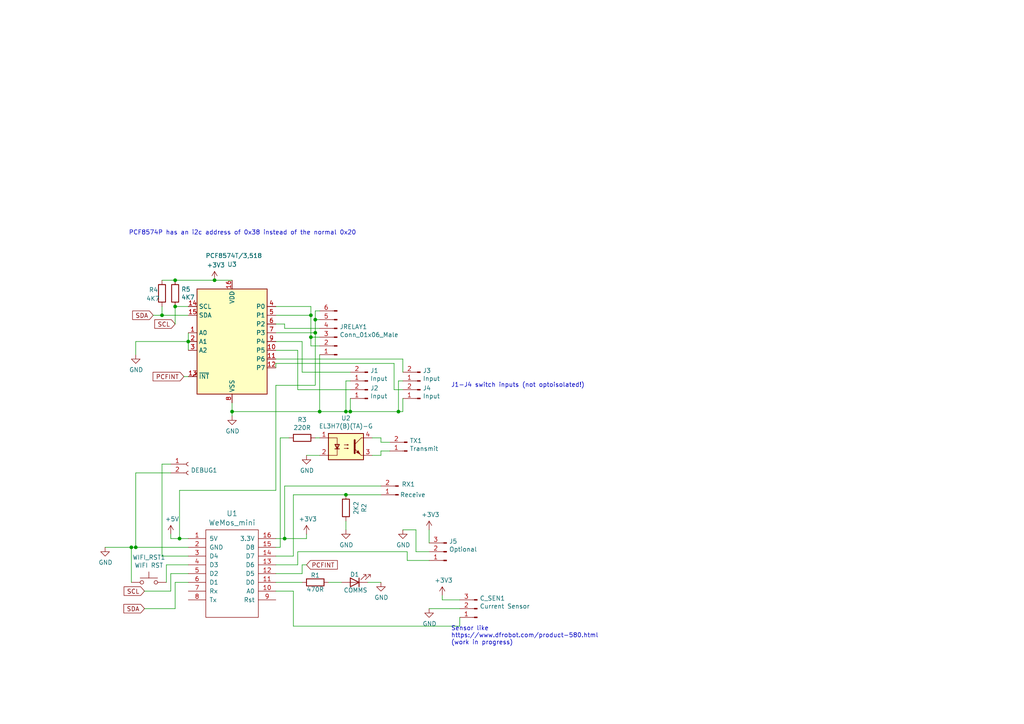
<source format=kicad_sch>
(kicad_sch (version 20211123) (generator eeschema)
  (paper "A4")
  (title_block (title "diyBMS ESP8266 Controller [legacy]") (date "2021-03-08") (rev "ESP8266") (company "Stuart Pittaway") (comment 1 "NOT FOR NEW DESIGNS"))
  (lib_symbols
    (symbol "Connector:Conn_01x02_Female" (pin_names (offset 1.016) hide)
      (property "Reference" "J" (at 0 2.54 0))
      (property "Value" "Conn_01x02_Female" (at 0 -5.08 0))
      (symbol "Conn_01x02_Female_1_1"
        (arc (start 0 -2.032) (mid -0.508 -2.54) (end 0 -3.048) (stroke (width 0.1524)))
        (polyline (pts (xy -1.27 -2.54) (xy -0.508 -2.54)) (stroke (width 0.1524)))
        (polyline (pts (xy -1.27 0) (xy -0.508 0)) (stroke (width 0.1524)))
        (arc (start 0 0.508) (mid -0.508 0) (end 0 -0.508) (stroke (width 0.1524)))
        (pin passive line (at -5.08 0 0) (length 3.81) (name "Pin_1") (number "1"))
        (pin passive line (at -5.08 -2.54 0) (length 3.81) (name "Pin_2") (number "2"))
      )
    )
    (symbol "Connector:Conn_01x02_Male" (pin_names (offset 1.016) hide)
      (property "Reference" "J" (at 0 2.54 0))
      (property "Value" "Conn_01x02_Male" (at 0 -5.08 0))
      (symbol "Conn_01x02_Male_1_1"
        (polyline (pts (xy 1.27 -2.54) (xy 0.8636 -2.54)) (stroke (width 0.1524)))
        (polyline (pts (xy 1.27 0) (xy 0.8636 0)) (stroke (width 0.1524)))
        (rectangle (start 0.8636 -2.413) (end 0 -2.667) (stroke (width 0.1524)) (fill (type outline)))
        (rectangle (start 0.8636 0.127) (end 0 -0.127) (stroke (width 0.1524)) (fill (type outline)))
        (pin passive line (at 5.08 0 180) (length 3.81) (name "Pin_1") (number "1"))
        (pin passive line (at 5.08 -2.54 180) (length 3.81) (name "Pin_2") (number "2"))
      )
    )
    (symbol "Connector:Conn_01x03_Male" (pin_names (offset 1.016) hide)
      (property "Reference" "J" (at 0 5.08 0))
      (property "Value" "Conn_01x03_Male" (at 0 -5.08 0))
      (symbol "Conn_01x03_Male_1_1"
        (polyline (pts (xy 1.27 -2.54) (xy 0.8636 -2.54)) (stroke (width 0.1524)))
        (polyline (pts (xy 1.27 0) (xy 0.8636 0)) (stroke (width 0.1524)))
        (polyline (pts (xy 1.27 2.54) (xy 0.8636 2.54)) (stroke (width 0.1524)))
        (rectangle (start 0.8636 -2.413) (end 0 -2.667) (stroke (width 0.1524)) (fill (type outline)))
        (rectangle (start 0.8636 0.127) (end 0 -0.127) (stroke (width 0.1524)) (fill (type outline)))
        (rectangle (start 0.8636 2.667) (end 0 2.413) (stroke (width 0.1524)) (fill (type outline)))
        (pin passive line (at 5.08 2.54 180) (length 3.81) (name "Pin_1") (number "1"))
        (pin passive line (at 5.08 0 180) (length 3.81) (name "Pin_2") (number "2"))
        (pin passive line (at 5.08 -2.54 180) (length 3.81) (name "Pin_3") (number "3"))
      )
    )
    (symbol "Connector:Conn_01x06_Male" (pin_names (offset 1.016) hide)
      (property "Reference" "J" (at 0 7.62 0))
      (property "Value" "Conn_01x06_Male" (at 0 -10.16 0))
      (symbol "Conn_01x06_Male_1_1"
        (polyline (pts (xy 1.27 -7.62) (xy 0.8636 -7.62)) (stroke (width 0.1524)))
        (polyline (pts (xy 1.27 -5.08) (xy 0.8636 -5.08)) (stroke (width 0.1524)))
        (polyline (pts (xy 1.27 -2.54) (xy 0.8636 -2.54)) (stroke (width 0.1524)))
        (polyline (pts (xy 1.27 0) (xy 0.8636 0)) (stroke (width 0.1524)))
        (polyline (pts (xy 1.27 2.54) (xy 0.8636 2.54)) (stroke (width 0.1524)))
        (polyline (pts (xy 1.27 5.08) (xy 0.8636 5.08)) (stroke (width 0.1524)))
        (rectangle (start 0.8636 -7.493) (end 0 -7.747) (stroke (width 0.1524)) (fill (type outline)))
        (rectangle (start 0.8636 -4.953) (end 0 -5.207) (stroke (width 0.1524)) (fill (type outline)))
        (rectangle (start 0.8636 -2.413) (end 0 -2.667) (stroke (width 0.1524)) (fill (type outline)))
        (rectangle (start 0.8636 0.127) (end 0 -0.127) (stroke (width 0.1524)) (fill (type outline)))
        (rectangle (start 0.8636 2.667) (end 0 2.413) (stroke (width 0.1524)) (fill (type outline)))
        (rectangle (start 0.8636 5.207) (end 0 4.953) (stroke (width 0.1524)) (fill (type outline)))
        (pin passive line (at 5.08 5.08 180) (length 3.81) (name "Pin_1") (number "1"))
        (pin passive line (at 5.08 2.54 180) (length 3.81) (name "Pin_2") (number "2"))
        (pin passive line (at 5.08 0 180) (length 3.81) (name "Pin_3") (number "3"))
        (pin passive line (at 5.08 -2.54 180) (length 3.81) (name "Pin_4") (number "4"))
        (pin passive line (at 5.08 -5.08 180) (length 3.81) (name "Pin_5") (number "5"))
        (pin passive line (at 5.08 -7.62 180) (length 3.81) (name "Pin_6") (number "6"))
      )
    )
    (symbol "Device:LED" (pin_numbers hide) (pin_names (offset 1.016) hide)
      (property "Reference" "D" (at 0 2.54 0))
      (property "Value" "LED" (at 0 -2.54 0))
      (symbol "LED_0_1"
        (polyline (pts (xy -1.27 -1.27) (xy -1.27 1.27)) (stroke (width 0.254)))
        (polyline (pts (xy -1.27 0) (xy 1.27 0)))
        (polyline (pts (xy 1.27 -1.27) (xy 1.27 1.27) (xy -1.27 0) (xy 1.27 -1.27)) (stroke (width 0.254)))
        (polyline (pts (xy -3.048 -0.762) (xy -4.572 -2.286) (xy -3.81 -2.286) (xy -4.572 -2.286) (xy -4.572 -1.524)))
        (polyline (pts (xy -1.778 -0.762) (xy -3.302 -2.286) (xy -2.54 -2.286) (xy -3.302 -2.286) (xy -3.302 -1.524)))
      )
      (symbol "LED_1_1"
        (pin passive line (at -3.81 0 0) (length 2.54) (name "K") (number "1"))
        (pin passive line (at 3.81 0 180) (length 2.54) (name "A") (number "2"))
      )
    )
    (symbol "Device:R" (pin_numbers hide) (pin_names (offset 0))
      (property "Reference" "R" (at 2.032 0 90))
      (property "Value" "R" (at 0 0 90))
      (symbol "R_0_1"
        (rectangle (start -1.016 -2.54) (end 1.016 2.54) (stroke (width 0.254)))
      )
      (symbol "R_1_1"
        (pin passive line (at 0 3.81 270) (length 1.27) (name "~") (number "1"))
        (pin passive line (at 0 -3.81 90) (length 1.27) (name "~") (number "2"))
      )
    )
    (symbol "Interface_Expansion:PCF8574"
      (property "Reference" "U" (at -8.89 16.51 0))
      (property "Value" "PCF8574" (at 2.54 16.51 0))
      (symbol "PCF8574_0_1"
        (rectangle (start -10.16 15.24) (end 10.16 -15.24) (stroke (width 0.254)) (fill (type background)))
      )
      (symbol "PCF8574_1_1"
        (pin input line (at -12.7 2.54 0) (length 2.54) (name "A0") (number "1"))
        (pin bidirectional line (at 12.7 -2.54 180) (length 2.54) (name "P5") (number "10"))
        (pin bidirectional line (at 12.7 -5.08 180) (length 2.54) (name "P6") (number "11"))
        (pin bidirectional line (at 12.7 -7.62 180) (length 2.54) (name "P7") (number "12"))
        (pin open_collector output_low (at -12.7 -10.16 0) (length 2.54) (name "~{INT}") (number "13"))
        (pin input line (at -12.7 10.16 0) (length 2.54) (name "SCL") (number "14"))
        (pin bidirectional line (at -12.7 7.62 0) (length 2.54) (name "SDA") (number "15"))
        (pin power_in line (at 0 17.78 270) (length 2.54) (name "VDD") (number "16"))
        (pin input line (at -12.7 0 0) (length 2.54) (name "A1") (number "2"))
        (pin input line (at -12.7 -2.54 0) (length 2.54) (name "A2") (number "3"))
        (pin bidirectional line (at 12.7 10.16 180) (length 2.54) (name "P0") (number "4"))
        (pin bidirectional line (at 12.7 7.62 180) (length 2.54) (name "P1") (number "5"))
        (pin bidirectional line (at 12.7 5.08 180) (length 2.54) (name "P2") (number "6"))
        (pin bidirectional line (at 12.7 2.54 180) (length 2.54) (name "P3") (number "7"))
        (pin power_in line (at 0 -17.78 90) (length 2.54) (name "VSS") (number "8"))
        (pin bidirectional line (at 12.7 0 180) (length 2.54) (name "P4") (number "9"))
      )
    )
    (symbol "Isolator:PC817" (pin_names (offset 1.016))
      (property "Reference" "U" (at -5.08 5.08 0))
      (property "Value" "PC817" (at 0 5.08 0))
      (symbol "PC817_0_1"
        (rectangle (start -5.08 3.81) (end 5.08 -3.81) (stroke (width 0.254)) (fill (type background)))
        (polyline (pts (xy -3.175 -0.635) (xy -1.905 -0.635)) (stroke (width 0.254)))
        (polyline (pts (xy 2.54 0.635) (xy 4.445 2.54)))
        (polyline (pts (xy 4.445 -2.54) (xy 2.54 -0.635)) (fill (type outline)))
        (polyline (pts (xy 4.445 -2.54) (xy 5.08 -2.54)))
        (polyline (pts (xy 4.445 2.54) (xy 5.08 2.54)))
        (polyline (pts (xy -5.08 2.54) (xy -2.54 2.54) (xy -2.54 -0.635)))
        (polyline (pts (xy -2.54 -0.635) (xy -2.54 -2.54) (xy -5.08 -2.54)))
        (polyline (pts (xy 2.54 1.905) (xy 2.54 -1.905) (xy 2.54 -1.905)) (stroke (width 0.508)))
        (polyline (pts (xy -2.54 -0.635) (xy -3.175 0.635) (xy -1.905 0.635) (xy -2.54 -0.635)) (stroke (width 0.254)))
        (polyline (pts (xy -0.508 -0.508) (xy 0.762 -0.508) (xy 0.381 -0.635) (xy 0.381 -0.381) (xy 0.762 -0.508)))
        (polyline (pts (xy -0.508 0.508) (xy 0.762 0.508) (xy 0.381 0.381) (xy 0.381 0.635) (xy 0.762 0.508)))
        (polyline (pts (xy 3.048 -1.651) (xy 3.556 -1.143) (xy 4.064 -2.159) (xy 3.048 -1.651) (xy 3.048 -1.651)) (fill (type outline)))
      )
      (symbol "PC817_1_1"
        (pin passive line (at -7.62 2.54 0) (length 2.54) (name "~") (number "1"))
        (pin passive line (at -7.62 -2.54 0) (length 2.54) (name "~") (number "2"))
        (pin passive line (at 7.62 -2.54 180) (length 2.54) (name "~") (number "3"))
        (pin passive line (at 7.62 2.54 180) (length 2.54) (name "~") (number "4"))
      )
    )
    (symbol "MyLibrary:WeMos_mini" (pin_names (offset 1.016))
      (property "Reference" "U" (at 0 12.7 0))
      (property "Value" "WeMos_mini" (at 0 -12.7 0))
      (symbol "WeMos_mini_0_1"
        (rectangle (start -7.62 11.43) (end 7.62 -13.97))
      )
      (symbol "WeMos_mini_1_1"
        (pin power_in line (at -12.7 8.89 0) (length 5.08) (name "5V") (number "1"))
        (pin bidirectional line (at 12.7 -6.35 180) (length 5.08) (name "A0") (number "10"))
        (pin bidirectional line (at 12.7 -3.81 180) (length 5.08) (name "D0") (number "11"))
        (pin bidirectional line (at 12.7 -1.27 180) (length 5.08) (name "D5") (number "12"))
        (pin bidirectional line (at 12.7 1.27 180) (length 5.08) (name "D6") (number "13"))
        (pin bidirectional line (at 12.7 3.81 180) (length 5.08) (name "D7") (number "14"))
        (pin bidirectional line (at 12.7 6.35 180) (length 5.08) (name "D8") (number "15"))
        (pin power_out line (at 12.7 8.89 180) (length 5.08) (name "3.3V") (number "16"))
        (pin power_in line (at -12.7 6.35 0) (length 5.08) (name "GND") (number "2"))
        (pin bidirectional line (at -12.7 3.81 0) (length 5.08) (name "D4") (number "3"))
        (pin bidirectional line (at -12.7 1.27 0) (length 5.08) (name "D3") (number "4"))
        (pin bidirectional line (at -12.7 -1.27 0) (length 5.08) (name "D2") (number "5"))
        (pin bidirectional line (at -12.7 -3.81 0) (length 5.08) (name "D1") (number "6"))
        (pin bidirectional line (at -12.7 -6.35 0) (length 5.08) (name "Rx") (number "7"))
        (pin bidirectional line (at -12.7 -8.89 0) (length 5.08) (name "Tx") (number "8"))
        (pin bidirectional line (at 12.7 -8.89 180) (length 5.08) (name "Rst") (number "9"))
      )
    )
    (symbol "Switch:SW_Push" (pin_numbers hide) (pin_names (offset 1.016) hide)
      (property "Reference" "SW" (at 1.27 2.54 0))
      (property "Value" "SW_Push" (at 0 -1.524 0))
      (symbol "SW_Push_0_1"
        (circle (center -2.032 0) (radius 0.508))
        (polyline (pts (xy 0 1.27) (xy 0 3.048)))
        (polyline (pts (xy 2.54 1.27) (xy -2.54 1.27)))
        (circle (center 2.032 0) (radius 0.508))
        (pin passive line (at -5.08 0 0) (length 2.54) (name "1") (number "1"))
        (pin passive line (at 5.08 0 180) (length 2.54) (name "2") (number "2"))
      )
    )
    (symbol "power:+3.3V" (power) (pin_names (offset 0))
      (property "Value" "+3.3V" (at 0 3.556 0))
      (symbol "+3.3V_0_1"
        (polyline (pts (xy -0.762 1.27) (xy 0 2.54)))
        (polyline (pts (xy 0 0) (xy 0 2.54)))
        (polyline (pts (xy 0 2.54) (xy 0.762 1.27)))
      )
      (symbol "+3.3V_1_1"
        (pin power_in line (at 0 0 90) (length 0) hide (name "+3V3") (number "1"))
      )
    )
    (symbol "power:+5V" (power) (pin_names (offset 0))
      (property "Value" "+5V" (at 0 3.556 0))
      (symbol "+5V_0_1"
        (polyline (pts (xy -0.762 1.27) (xy 0 2.54)))
        (polyline (pts (xy 0 0) (xy 0 2.54)))
        (polyline (pts (xy 0 2.54) (xy 0.762 1.27)))
      )
      (symbol "+5V_1_1"
        (pin power_in line (at 0 0 90) (length 0) hide (name "+5V") (number "1"))
      )
    )
    (symbol "power:GND" (power) (pin_names (offset 0))
      (property "Value" "GND" (at 0 -3.81 0))
      (symbol "GND_0_1"
        (polyline (pts (xy 0 0) (xy 0 -1.27) (xy 1.27 -1.27) (xy 0 -2.54) (xy -1.27 -1.27) (xy 0 -1.27)))
      )
      (symbol "GND_1_1"
        (pin power_in line (at 0 0 270) (length 0) hide (name "GND") (number "1"))
      )
    )
  )
  (junction (at 100.33 143.51))
  (junction (at 62.23 81.28))
  (junction (at 50.8 81.28))
  (junction (at 39.37 158.75))
  (junction (at 100.33 119.38))
  (junction (at 115.57 119.38))
  (junction (at 90.17 97.79))
  (junction (at 46.99 91.44))
  (junction (at 91.44 96.52))
  (junction (at 91.44 92.71))
  (junction (at 52.07 156.21))
  (junction (at 50.8 88.9))
  (junction (at 92.71 119.38))
  (junction (at 101.6 119.38))
  (junction (at 54.61 99.06))
  (junction (at 82.55 156.21))
  (junction (at 67.31 119.38))
  (junction (at 90.17 91.44))
  (junction (at 38.1 158.75))
  (wire (pts (xy 81.28 127) (xy 83.82 127)))
  (wire (pts (xy 54.61 156.21) (xy 52.07 156.21)))
  (wire (pts (xy 82.55 93.98) (xy 80.01 93.98)))
  (wire (pts (xy 92.71 90.17) (xy 91.44 90.17)))
  (wire (pts (xy 110.49 127) (xy 107.95 127)))
  (wire (pts (xy 116.84 104.14) (xy 116.84 107.95)))
  (wire (pts (xy 82.55 95.25) (xy 82.55 93.98)))
  (wire (pts (xy 49.53 166.37) (xy 54.61 166.37)))
  (wire (pts (xy 85.09 171.45) (xy 85.09 181.61)))
  (wire (pts (xy 52.07 142.24) (xy 80.01 142.24)))
  (wire (pts (xy 80.01 168.91) (xy 87.63 168.91)))
  (wire (pts (xy 90.17 91.44) (xy 90.17 88.9)))
  (wire (pts (xy 90.17 100.33) (xy 90.17 97.79)))
  (wire (pts (xy 116.84 113.03) (xy 114.3 113.03)))
  (wire (pts (xy 80.01 104.14) (xy 116.84 104.14)))
  (wire (pts (xy 50.8 168.91) (xy 50.8 176.53)))
  (wire (pts (xy 54.61 96.52) (xy 54.61 99.06)))
  (wire (pts (xy 115.57 119.38) (xy 116.84 119.38)))
  (wire (pts (xy 54.61 168.91) (xy 50.8 168.91)))
  (wire (pts (xy 67.31 116.84) (xy 67.31 119.38)))
  (wire (pts (xy 54.61 101.6) (xy 54.61 99.06)))
  (wire (pts (xy 80.01 156.21) (xy 82.55 156.21)))
  (wire (pts (xy 49.53 166.37) (xy 49.53 171.45)))
  (wire (pts (xy 48.26 163.83) (xy 54.61 163.83)))
  (wire (pts (xy 101.6 119.38) (xy 115.57 119.38)))
  (wire (pts (xy 52.07 156.21) (xy 52.07 142.24)))
  (wire (pts (xy 80.01 91.44) (xy 90.17 91.44)))
  (wire (pts (xy 39.37 137.16) (xy 49.53 137.16)))
  (wire (pts (xy 99.06 168.91) (xy 95.25 168.91)))
  (wire (pts (xy 114.3 105.41) (xy 80.01 105.41)))
  (wire (pts (xy 80.01 158.75) (xy 81.28 158.75)))
  (wire (pts (xy 110.49 132.08) (xy 110.49 130.81)))
  (wire (pts (xy 86.36 160.02) (xy 118.11 160.02)))
  (wire (pts (xy 118.11 162.56) (xy 124.46 162.56)))
  (wire (pts (xy 49.53 156.21) (xy 49.53 154.94)))
  (wire (pts (xy 100.33 151.13) (xy 100.33 153.67)))
  (wire (pts (xy 53.34 109.22) (xy 54.61 109.22)))
  (wire (pts (xy 86.36 113.03) (xy 86.36 101.6)))
  (wire (pts (xy 133.35 173.99) (xy 128.27 173.99)))
  (wire (pts (xy 46.99 161.29) (xy 46.99 134.62)))
  (wire (pts (xy 54.61 88.9) (xy 50.8 88.9)))
  (wire (pts (xy 62.23 81.28) (xy 67.31 81.28)))
  (wire (pts (xy 39.37 158.75) (xy 38.1 158.75)))
  (wire (pts (xy 85.09 181.61) (xy 133.35 181.61)))
  (wire (pts (xy 44.45 91.44) (xy 46.99 91.44)))
  (wire (pts (xy 81.28 158.75) (xy 81.28 127)))
  (wire (pts (xy 39.37 99.06) (xy 39.37 102.87)))
  (wire (pts (xy 92.71 95.25) (xy 82.55 95.25)))
  (wire (pts (xy 133.35 181.61) (xy 133.35 179.07)))
  (wire (pts (xy 87.63 163.83) (xy 88.9 163.83)))
  (wire (pts (xy 124.46 160.02) (xy 120.65 160.02)))
  (wire (pts (xy 92.71 119.38) (xy 100.33 119.38)))
  (wire (pts (xy 101.6 119.38) (xy 101.6 115.57)))
  (wire (pts (xy 80.01 111.76) (xy 91.44 111.76)))
  (wire (pts (xy 54.61 161.29) (xy 46.99 161.29)))
  (wire (pts (xy 90.17 88.9) (xy 80.01 88.9)))
  (wire (pts (xy 50.8 176.53) (xy 41.91 176.53)))
  (wire (pts (xy 46.99 91.44) (xy 46.99 88.9)))
  (wire (pts (xy 48.26 168.91) (xy 48.26 163.83)))
  (wire (pts (xy 80.01 142.24) (xy 80.01 111.76)))
  (wire (pts (xy 38.1 158.75) (xy 30.48 158.75)))
  (wire (pts (xy 90.17 97.79) (xy 92.71 97.79)))
  (wire (pts (xy 116.84 119.38) (xy 116.84 115.57)))
  (wire (pts (xy 100.33 143.51) (xy 110.49 143.51)))
  (wire (pts (xy 54.61 91.44) (xy 46.99 91.44)))
  (wire (pts (xy 38.1 168.91) (xy 38.1 158.75)))
  (wire (pts (xy 124.46 153.67) (xy 124.46 157.48)))
  (wire (pts (xy 49.53 171.45) (xy 41.91 171.45)))
  (wire (pts (xy 128.27 173.99) (xy 128.27 172.72)))
  (wire (pts (xy 92.71 102.87) (xy 92.71 119.38)))
  (wire (pts (xy 67.31 119.38) (xy 92.71 119.38)))
  (wire (pts (xy 114.3 113.03) (xy 114.3 105.41)))
  (wire (pts (xy 115.57 110.49) (xy 115.57 119.38)))
  (wire (pts (xy 106.68 168.91) (xy 110.49 168.91)))
  (wire (pts (xy 118.11 160.02) (xy 118.11 162.56)))
  (wire (pts (xy 100.33 119.38) (xy 100.33 110.49)))
  (wire (pts (xy 39.37 137.16) (xy 39.37 158.75)))
  (wire (pts (xy 87.63 107.95) (xy 101.6 107.95)))
  (wire (pts (xy 116.84 110.49) (xy 115.57 110.49)))
  (wire (pts (xy 67.31 119.38) (xy 67.31 120.65)))
  (wire (pts (xy 124.46 176.53) (xy 133.35 176.53)))
  (wire (pts (xy 82.55 156.21) (xy 88.9 156.21)))
  (wire (pts (xy 54.61 99.06) (xy 39.37 99.06)))
  (wire (pts (xy 107.95 132.08) (xy 110.49 132.08)))
  (wire (pts (xy 80.01 163.83) (xy 86.36 163.83)))
  (wire (pts (xy 46.99 134.62) (xy 49.53 134.62)))
  (wire (pts (xy 120.65 160.02) (xy 120.65 153.67)))
  (wire (pts (xy 50.8 81.28) (xy 62.23 81.28)))
  (wire (pts (xy 86.36 101.6) (xy 80.01 101.6)))
  (wire (pts (xy 86.36 163.83) (xy 86.36 160.02)))
  (wire (pts (xy 88.9 132.08) (xy 92.71 132.08)))
  (wire (pts (xy 91.44 92.71) (xy 92.71 92.71)))
  (wire (pts (xy 54.61 158.75) (xy 39.37 158.75)))
  (wire (pts (xy 113.03 128.27) (xy 110.49 128.27)))
  (wire (pts (xy 80.01 96.52) (xy 91.44 96.52)))
  (wire (pts (xy 100.33 143.51) (xy 85.09 143.51)))
  (wire (pts (xy 90.17 91.44) (xy 90.17 97.79)))
  (wire (pts (xy 87.63 166.37) (xy 87.63 163.83)))
  (wire (pts (xy 110.49 130.81) (xy 113.03 130.81)))
  (wire (pts (xy 85.09 161.29) (xy 80.01 161.29)))
  (wire (pts (xy 87.63 99.06) (xy 87.63 107.95)))
  (wire (pts (xy 101.6 113.03) (xy 86.36 113.03)))
  (wire (pts (xy 100.33 119.38) (xy 101.6 119.38)))
  (wire (pts (xy 120.65 153.67) (xy 116.84 153.67)))
  (wire (pts (xy 110.49 128.27) (xy 110.49 127)))
  (wire (pts (xy 91.44 96.52) (xy 91.44 111.76)))
  (wire (pts (xy 85.09 143.51) (xy 85.09 161.29)))
  (wire (pts (xy 80.01 166.37) (xy 87.63 166.37)))
  (wire (pts (xy 110.49 140.97) (xy 82.55 140.97)))
  (wire (pts (xy 46.99 81.28) (xy 50.8 81.28)))
  (wire (pts (xy 100.33 110.49) (xy 101.6 110.49)))
  (wire (pts (xy 91.44 90.17) (xy 91.44 92.71)))
  (wire (pts (xy 80.01 99.06) (xy 87.63 99.06)))
  (wire (pts (xy 80.01 105.41) (xy 80.01 106.68)))
  (wire (pts (xy 92.71 100.33) (xy 90.17 100.33)))
  (wire (pts (xy 88.9 156.21) (xy 88.9 154.94)))
  (wire (pts (xy 50.8 88.9) (xy 50.8 93.98)))
  (wire (pts (xy 82.55 140.97) (xy 82.55 156.21)))
  (wire (pts (xy 52.07 156.21) (xy 49.53 156.21)))
  (wire (pts (xy 85.09 171.45) (xy 80.01 171.45)))
  (wire (pts (xy 91.44 127) (xy 92.71 127)))
  (wire (pts (xy 91.44 96.52) (xy 91.44 92.71)))
  (text "Sensor like\nhttps://www.dfrobot.com/product-580.html\n(work in progress)" (at 130.81 187.198 0) (effects (font (size 1.27 1.27)) (justify left bottom)))
  (text "J1-J4 switch inputs (not optoisolated!)" (at 130.81 112.522 0) (effects (font (size 1.27 1.27)) (justify left bottom)))
  (text "PCF8574P has an i2c address of 0x38 instead of the normal 0x20" (at 37.338 68.326 0) (effects (font (size 1.27 1.27)) (justify left bottom)))
  (global_label "SCL" (shape input) (at 50.8 93.98 180) (property "Intersheet References" "${INTERSHEET_REFS}" (effects hide)))
  (global_label "PCFINT" (shape input) (at 53.34 109.22 180) (property "Intersheet References" "${INTERSHEET_REFS}" (effects hide)))
  (global_label "SCL" (shape input) (at 41.91 171.45 180) (property "Intersheet References" "${INTERSHEET_REFS}" (effects hide)))
  (global_label "SDA" (shape input) (at 44.45 91.44 180) (property "Intersheet References" "${INTERSHEET_REFS}" (effects hide)))
  (global_label "SDA" (shape input) (at 41.91 176.53 180) (property "Intersheet References" "${INTERSHEET_REFS}" (effects hide)))
  (global_label "PCFINT" (shape input) (at 88.9 163.83 0) (property "Intersheet References" "${INTERSHEET_REFS}" (effects hide)))
  (symbol (lib_id "MyLibrary:WeMos_mini") (at 67.31 165.1 0) (unit 1)
    (property "Reference" "U1" (at 67.31 148.9202 0) (effects (font (size 1.524 1.524))))
    (property "Value" "WeMos_mini" (at 67.31 151.6126 0) (effects (font (size 1.524 1.524))))
    (property "Footprint" "ESP8266ControllerCircuit:wemos-d1-mini-with-pin-header" (effects hide))
  )
  (symbol (lib_id "Switch:SW_Push") (at 43.18 168.91 0) (unit 1)
    (property "Reference" "WIFI_RST1" (at 43.18 161.671 0))
    (property "Value" "WIFI RST" (at 43.18 163.9824 0))
    (property "Footprint" "Pin_Headers:Pin_Header_Straight_1x02_Pitch2.54mm" (effects hide))
  )
  (symbol (lib_id "power:+3.3V") (at 88.9 154.94 0) (unit 1)
    (property "Reference" "#PWR0101" (effects hide))
    (property "Value" "+3.3V" (at 89.281 150.5458 0))
  )
  (symbol (lib_id "power:+5V") (at 49.53 154.94 0) (unit 1)
    (property "Reference" "#PWR0102" (effects hide))
    (property "Value" "+5V" (at 49.911 150.5458 0))
  )
  (symbol (lib_id "power:GND") (at 30.48 158.75 0) (unit 1)
    (property "Reference" "#PWR0103" (effects hide))
    (property "Value" "GND" (at 30.607 163.1442 0))
  )
  (symbol (lib_id "Device:LED") (at 102.87 168.91 180) (unit 1)
    (property "Reference" "D1" (at 102.87 166.624 0))
    (property "Value" "COMMS" (at 103.124 171.196 0))
    (property "Footprint" "LEDs:LED_0805" (effects hide))
    (property "Datasheet" "https://datasheet.lcsc.com/szlcsc/Hubei-KENTO-Elec-Green-0805-Iv-207-249-mcd-atIF-20mA_C2297.pdf" (effects hide))
    (property "LCSCStockCode" "C2297" (effects hide))
    (property "PartNumber" "Hubei KENTO Elec Green 0805" (effects hide))
  )
  (symbol (lib_id "Device:R") (at 91.44 168.91 270) (unit 1)
    (property "Reference" "R1" (at 91.44 166.878 90))
    (property "Value" "470R" (at 91.44 170.942 90))
    (property "Footprint" "Resistors_SMD:R_0805_HandSoldering" (effects hide))
    (property "LCSCStockCode" "C17710" (effects hide))
    (property "PartNumber" "0805W8F4700T5E" (effects hide))
  )
  (symbol (lib_id "power:GND") (at 110.49 168.91 0) (unit 1)
    (property "Reference" "#PWR0104" (effects hide))
    (property "Value" "GND" (at 110.617 173.3042 0))
  )
  (symbol (lib_id "Connector:Conn_01x02_Female") (at 54.61 134.62 0) (unit 1)
    (property "Reference" "DEBUG1" (at 55.3212 136.398 0) (effects (justify left)))
    (property "Value" "Conn_01x02_Female" (effects hide))
    (property "Footprint" "Pin_Headers:Pin_Header_Straight_1x02_Pitch2.54mm" (effects hide))
  )
  (symbol (lib_id "Isolator:PC817") (at 100.33 129.54 0) (unit 1)
    (property "Reference" "U2" (at 100.33 121.285 0))
    (property "Value" "EL3H7(B)(TA)-G" (at 100.33 123.5964 0))
    (property "Footprint" "Housings_SSOP:SOP-4_4.4x2.8mm_Pitch1.27mm" (effects hide))
    (property "Datasheet" "https://datasheet.lcsc.com/szlcsc/Everlight-Elec-EL3H7-B-TA-G_C32565.pdf" (effects hide))
    (property "LCSCStockCode" "C32565" (effects hide))
  )
  (symbol (lib_id "Connector:Conn_01x02_Male") (at 115.57 143.51 180) (unit 1)
    (property "Reference" "RX1" (at 120.396 140.462 0) (effects (justify left)))
    (property "Value" "Receive" (at 123.444 143.51 0) (effects (justify left)))
    (property "Footprint" "Connectors_JST:JST_PH_S2B-PH-K_02x2.00mm_Angled" (effects hide))
    (property "Datasheet" "http://www.farnell.com/datasheets/2057211.pdf" (effects hide))
  )
  (symbol (lib_id "Connector:Conn_01x02_Male") (at 118.11 130.81 180) (unit 1)
    (property "Reference" "TX1" (at 118.8212 127.8128 0) (effects (justify right)))
    (property "Value" "Transmit" (at 118.8212 130.1242 0) (effects (justify right)))
    (property "Footprint" "Connectors_JST:JST_PH_S2B-PH-K_02x2.00mm_Angled" (effects hide))
    (property "Datasheet" "http://www.farnell.com/datasheets/2057211.pdf" (effects hide))
  )
  (symbol (lib_id "Device:R") (at 100.33 147.32 180) (unit 1)
    (property "Reference" "R2" (at 105.5878 147.32 90))
    (property "Value" "2K2" (at 103.2764 147.32 90))
    (property "Footprint" "Resistors_SMD:R_0805_HandSoldering" (effects hide))
    (property "LCSCStockCode" "C17520" (effects hide))
    (property "PartNumber" "0805W8F2201T5E" (effects hide))
  )
  (symbol (lib_id "power:GND") (at 88.9 132.08 0) (unit 1)
    (property "Reference" "#PWR0105" (effects hide))
    (property "Value" "GND" (at 89.027 136.4742 0))
  )
  (symbol (lib_id "Interface_Expansion:PCF8574") (at 67.31 99.06 0) (unit 1)
    (property "Reference" "U3" (at 67.31 76.6826 0))
    (property "Value" "PCF8574T/3,518" (at 67.818 74.168 0))
    (property "Footprint" "Housings_SOIC:SOIC-16W_7.5x10.3mm_Pitch1.27mm" (effects hide))
    (property "Datasheet" "http://www.nxp.com/documents/data_sheet/PCF8574_PCF8574A.pdf" (effects hide))
    (property "LCSCStockCode" "C7605" (effects hide))
    (property "PartNumber" "PCF8574T/3,518" (effects hide))
  )
  (symbol (lib_id "Device:R") (at 87.63 127 270) (unit 1)
    (property "Reference" "R3" (at 87.63 121.7422 90))
    (property "Value" "220R" (at 87.63 124.0536 90))
    (property "Footprint" "Resistors_SMD:R_0805_HandSoldering" (effects hide))
    (property "LCSCStockCode" "C17557" (effects hide))
    (property "PartNumber" "0805W8F2200T5E" (effects hide))
  )
  (symbol (lib_id "power:GND") (at 100.33 153.67 0) (unit 1)
    (property "Reference" "#PWR01" (effects hide))
    (property "Value" "GND" (at 100.457 158.0642 0))
  )
  (symbol (lib_id "power:GND") (at 67.31 120.65 0) (unit 1)
    (property "Reference" "#PWR03" (effects hide))
    (property "Value" "GND" (at 67.437 125.0442 0))
  )
  (symbol (lib_id "power:+3.3V") (at 62.23 81.28 0) (unit 1)
    (property "Reference" "#PWR02" (effects hide))
    (property "Value" "+3.3V" (at 62.611 76.8858 0))
  )
  (symbol (lib_id "Device:R") (at 46.99 85.09 0) (unit 1)
    (property "Reference" "R4" (at 43.18 84.074 0) (effects (justify left)))
    (property "Value" "4K7" (at 42.418 86.614 0) (effects (justify left)))
    (property "Footprint" "Resistors_SMD:R_0805_HandSoldering" (effects hide))
    (property "LCSCStockCode" "C17673" (effects hide))
    (property "PartNumber" "0805W8F4701T5E" (effects hide))
  )
  (symbol (lib_id "Device:R") (at 50.8 85.09 0) (unit 1)
    (property "Reference" "R5" (at 52.578 83.9216 0) (effects (justify left)))
    (property "Value" "4K7" (at 52.578 86.233 0) (effects (justify left)))
    (property "Footprint" "Resistors_SMD:R_0805_HandSoldering" (effects hide))
    (property "LCSCStockCode" "C17673" (effects hide))
    (property "PartNumber" "0805W8F4701T5E" (effects hide))
  )
  (symbol (lib_id "power:GND") (at 39.37 102.87 0) (unit 1)
    (property "Reference" "#PWR04" (effects hide))
    (property "Value" "GND" (at 39.497 107.2642 0))
  )
  (symbol (lib_id "Connector:Conn_01x06_Male") (at 97.79 97.79 180) (unit 1)
    (property "Reference" "JRELAY1" (at 98.5012 94.7928 0) (effects (justify right)))
    (property "Value" "Conn_01x06_Male" (at 98.5012 97.1042 0) (effects (justify right)))
    (property "Footprint" "Pin_Headers:Pin_Header_Straight_1x06_Pitch2.54mm" (effects hide))
  )
  (symbol (lib_id "Connector:Conn_01x03_Male") (at 138.43 176.53 180) (unit 1)
    (property "Reference" "C_SEN1" (at 139.1412 173.5328 0) (effects (justify right)))
    (property "Value" "Current Sensor" (at 139.1412 175.8442 0) (effects (justify right)))
    (property "Footprint" "Pin_Headers:Pin_Header_Straight_1x03_Pitch2.54mm" (effects hide))
  )
  (symbol (lib_id "power:GND") (at 124.46 176.53 0) (unit 1)
    (property "Reference" "#PWR0106" (effects hide))
    (property "Value" "GND" (at 124.587 180.9242 0))
  )
  (symbol (lib_id "power:+3.3V") (at 128.27 172.72 0) (unit 1)
    (property "Reference" "#PWR0107" (effects hide))
    (property "Value" "+3.3V" (at 128.651 168.3258 0))
  )
  (symbol (lib_id "Connector:Conn_01x02_Male") (at 106.68 110.49 180) (unit 1)
    (property "Reference" "J1" (at 107.3912 107.4928 0) (effects (justify right)))
    (property "Value" "Input" (at 107.3912 109.8042 0) (effects (justify right)))
    (property "Footprint" "Connectors_JST:JST_PH_S2B-PH-K_02x2.00mm_Angled" (effects hide))
    (property "Datasheet" "http://www.farnell.com/datasheets/2057211.pdf" (effects hide))
  )
  (symbol (lib_id "Connector:Conn_01x02_Male") (at 106.68 115.57 180) (unit 1)
    (property "Reference" "J2" (at 107.3912 112.5728 0) (effects (justify right)))
    (property "Value" "Input" (at 107.3912 114.8842 0) (effects (justify right)))
    (property "Footprint" "Connectors_JST:JST_PH_S2B-PH-K_02x2.00mm_Angled" (effects hide))
    (property "Datasheet" "http://www.farnell.com/datasheets/2057211.pdf" (effects hide))
  )
  (symbol (lib_id "Connector:Conn_01x02_Male") (at 121.92 110.49 180) (unit 1)
    (property "Reference" "J3" (at 122.6312 107.4928 0) (effects (justify right)))
    (property "Value" "Input" (at 122.6312 109.8042 0) (effects (justify right)))
    (property "Footprint" "Connectors_JST:JST_PH_S2B-PH-K_02x2.00mm_Angled" (effects hide))
    (property "Datasheet" "http://www.farnell.com/datasheets/2057211.pdf" (effects hide))
  )
  (symbol (lib_id "Connector:Conn_01x02_Male") (at 121.92 115.57 180) (unit 1)
    (property "Reference" "J4" (at 122.6312 112.5728 0) (effects (justify right)))
    (property "Value" "Input" (at 122.6312 114.8842 0) (effects (justify right)))
    (property "Footprint" "Connectors_JST:JST_PH_S2B-PH-K_02x2.00mm_Angled" (effects hide))
    (property "Datasheet" "http://www.farnell.com/datasheets/2057211.pdf" (effects hide))
  )
  (symbol (lib_id "Connector:Conn_01x03_Male") (at 129.54 160.02 180) (unit 1)
    (property "Reference" "J5" (at 130.2512 157.0228 0) (effects (justify right)))
    (property "Value" "Optional" (at 130.2512 159.3342 0) (effects (justify right)))
    (property "Footprint" "Pin_Headers:Pin_Header_Straight_1x03_Pitch2.54mm" (effects hide))
  )
  (symbol (lib_id "power:GND") (at 116.84 153.67 0) (unit 1)
    (property "Reference" "#PWR05" (effects hide))
    (property "Value" "GND" (at 116.967 158.0642 0))
  )
  (symbol (lib_id "power:+3.3V") (at 124.46 153.67 0) (unit 1)
    (property "Reference" "#PWR06" (effects hide))
    (property "Value" "+3.3V" (at 124.841 149.2758 0))
  )
)
</source>
